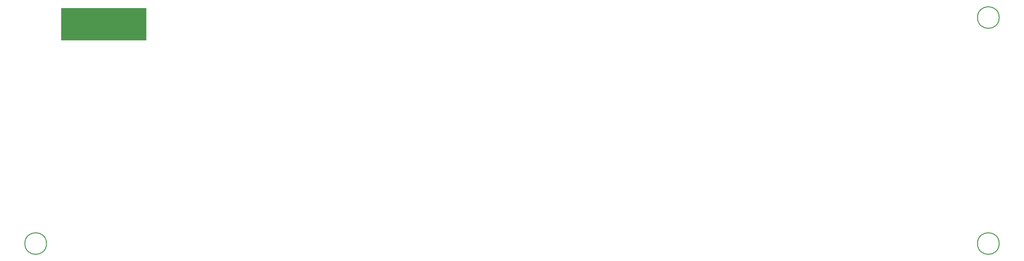
<source format=gko>
G04*
G04 #@! TF.GenerationSoftware,Altium Limited,Altium Designer,19.0.4 (130)*
G04*
G04 Layer_Color=16711935*
%FSAX25Y25*%
%MOIN*%
G70*
G01*
G75*
%ADD15C,0.01000*%
%ADD143R,0.95000X0.36000*%
D15*
X1090786Y0271654D02*
G03*
X1090786Y0271654I-0012046J0000000D01*
G01*
X1090786Y0019685D02*
G03*
X1090786Y0019685I-0012046J0000000D01*
G01*
X0031731D02*
G03*
X0031731Y0019685I-0012046J0000000D01*
G01*
D143*
X0095500Y0264374D02*
D03*
M02*

</source>
